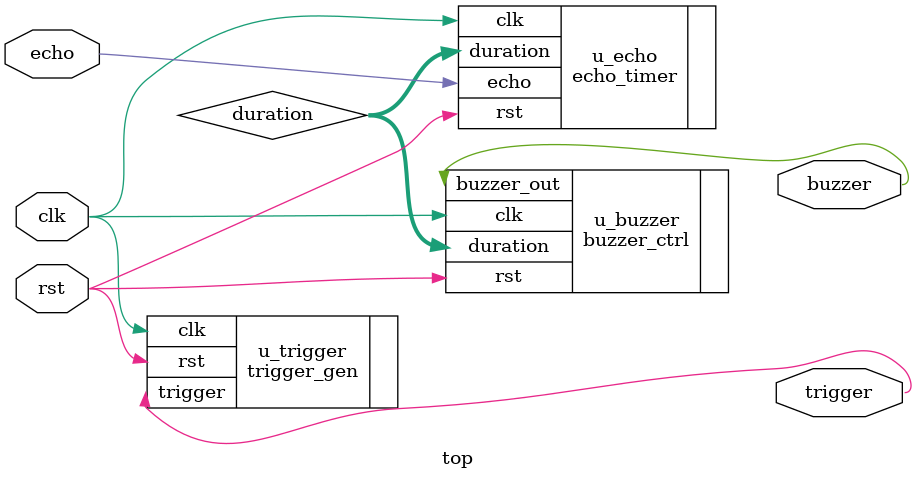
<source format=v>
`timescale 1ns / 1ps

module top (
    input wire clk,
    input wire rst,
    input wire echo,
    output wire trigger,
    output wire buzzer
);

    wire [31:0] duration;

    trigger_gen u_trigger (
        .clk(clk),
        .rst(rst),
        .trigger(trigger)
    );

    echo_timer u_echo (
        .clk(clk),
        .rst(rst),
        .echo(echo),
        .duration(duration)
    );

    buzzer_ctrl u_buzzer (
        .clk(clk),
        .rst(rst),
        .duration(duration),
        .buzzer_out(buzzer)
    );

endmodule
</source>
